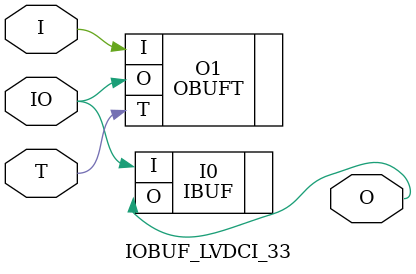
<source format=v>


`timescale  1 ps / 1 ps


module IOBUF_LVDCI_33 (O, IO, I, T);

    output O;

    inout  IO;

    input  I, T;

        OBUFT #(.IOSTANDARD("LVDCI_33") ) O1 (.O(IO), .I(I), .T(T)); 
	IBUF #(.IOSTANDARD("LVDCI_33"))  I0 (.O(O), .I(IO));
        

endmodule



</source>
